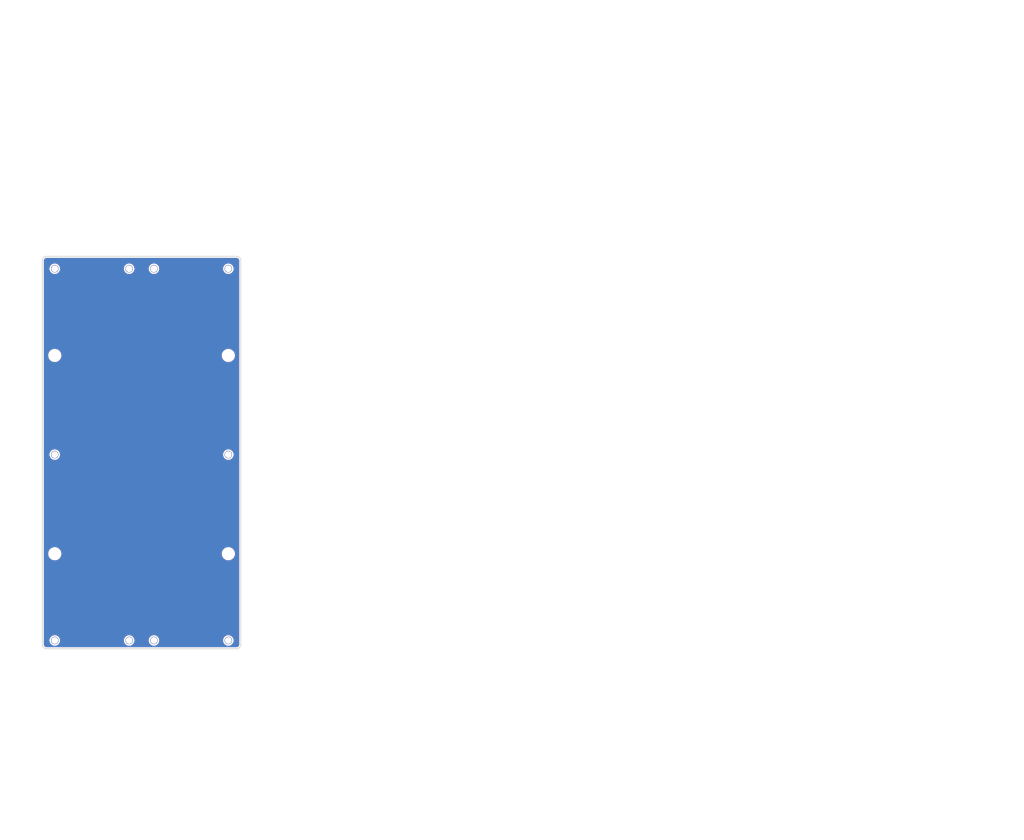
<source format=kicad_pcb>
(kicad_pcb (version 20210228) (generator pcbnew)
  (title_block (rev "1") (company "@e3w2q"))
  (layers (0 "F.Cu" signal) (31 "B.Cu" signal) (34 "B.Paste" user) (35 "F.Paste" user) (36 "B.SilkS" user "B.Silkscreen") (37 "F.SilkS" user "F.Silkscreen") (38 "B.Mask" user) (39 "F.Mask" user) (44 "Edge.Cuts" user))
  (net 0 "")
  (footprint "#footprint:M1.4_tapping_Hole_rev2" (layer "F.Cu") (at 42.267336 44.84717)
    (fp_text reference "H33" hide)
    (fp_text value "MountingHole" hide)
    (pad "" thru_hole circle (at 0 0) (size 1.43 1.43) (drill 1.28) (layers *.Cu *.Mask))
  )
  (footprint "#footprint:M1.4_tapping_Hole_rev2" (layer "F.Cu") (at 56.554886 44.84712)
    (fp_text reference "H35" hide)
    (fp_text value "MountingHole" hide)
    (pad "" thru_hole circle (at 0 0) (size 1.43 1.43) (drill 1.28) (layers *.Cu *.Mask))
  )
  (footprint "" (layer "F.Cu") (at 23.217386 44.84712)
    (fp_text reference "" (at 0 0) (layer "F.SilkS") (effects (font (size 1.27 1.27))))
    (fp_text value "" (at 0 0) (layer "F.SilkS") (effects (font (size 1.27 1.27))))
    (pad "" thru_hole circle (at 0 0) (size 1.43 1.43) (drill 1.28) (layers *.Cu *.Mask))
  )
  (footprint "" (layer "F.Cu") (at 23.217336 80.56592)
    (fp_text reference "" (at 0 0) (layer "F.SilkS") (effects (font (size 1.27 1.27))))
    (fp_text value "" (at 0 0) (layer "F.SilkS") (effects (font (size 1.27 1.27))))
    (pad "" thru_hole circle (at 0 0) (size 1.43 1.43) (drill 1.28) (layers *.Cu *.Mask))
  )
  (footprint "#footprint:M1.4_tapping_Hole_rev2" (layer "F.Cu") (at 37.504836 44.84717)
    (fp_text reference "H32" hide)
    (fp_text value "MountingHole" hide)
    (pad "" thru_hole circle (at 0 0) (size 1.43 1.43) (drill 1.28) (layers *.Cu *.Mask))
  )
  (footprint "" (layer "F.Cu") (at 42.267386 116.28462)
    (fp_text reference "" (at 0 0) (layer "F.SilkS") (effects (font (size 1.27 1.27))))
    (fp_text value "" (at 0 0) (layer "F.SilkS") (effects (font (size 1.27 1.27))))
    (pad "" thru_hole circle (at 0 0) (size 1.43 1.43) (drill 1.28) (layers *.Cu *.Mask))
  )
  (footprint "" (layer "F.Cu") (at 23.217386 116.28462)
    (fp_text reference "" (at 0 0) (layer "F.SilkS") (effects (font (size 1.27 1.27))))
    (fp_text value "" (at 0 0) (layer "F.SilkS") (effects (font (size 1.27 1.27))))
    (pad "" thru_hole circle (at 0 0) (size 1.43 1.43) (drill 1.28) (layers *.Cu *.Mask))
  )
  (footprint "#footprint:M2_Hole" (layer "F.Cu") (at 56.554886 99.61592)
    (fp_text reference "H12" hide)
    (fp_text value "MountingHole" hide)
    (pad "" np_thru_hole circle (at 0 0) (size 1.95 1.95) (drill 1.95) (layers F&B.Cu *.Mask))
  )
  (footprint "#footprint:M2_Hole" (layer "F.Cu") (at 23.217386 61.51592)
    (fp_text reference "H14" hide)
    (fp_text value "MountingHole" hide)
    (pad "" np_thru_hole circle (at 0 0) (size 1.95 1.95) (drill 1.95) (layers F&B.Cu *.Mask))
  )
  (footprint "#footprint:M2_Hole" (layer "F.Cu") (at 56.554886 61.51592)
    (fp_text reference "H11" hide)
    (fp_text value "MountingHole" hide)
    (pad "" np_thru_hole circle (at 0 0) (size 1.95 1.95) (drill 1.95) (layers F&B.Cu *.Mask))
  )
  (footprint "#footprint:M2_Hole" (layer "F.Cu") (at 23.217386 99.61592)
    (fp_text reference "H13" hide)
    (fp_text value "MountingHole" hide)
    (pad "" np_thru_hole circle (at 0 0) (size 1.95 1.95) (drill 1.95) (layers F&B.Cu *.Mask))
  )
  (footprint "#footprint:M1.4_tapping_Hole_rev2" (layer "F.Cu") (at 37.504836 116.28467)
    (fp_text reference "H45" hide)
    (fp_text value "MountingHole" hide)
    (pad "" thru_hole circle (at 0 0) (size 1.43 1.43) (drill 1.28) (layers *.Cu *.Mask))
  )
  (footprint "#footprint:M1.4_tapping_Hole_rev2" (layer "F.Cu") (at 56.555094 80.56604)
    (fp_text reference "H123" hide)
    (fp_text value "MountingHole" hide)
    (pad "" thru_hole circle (at 0 0) (size 1.43 1.43) (drill 1.28) (layers *.Cu *.Mask))
  )
  (footprint "#footprint:M1.4_tapping_Hole_rev2" (layer "F.Cu") (at 56.554886 116.28462)
    (fp_text reference "H47" hide)
    (fp_text value "MountingHole" hide)
    (pad "" thru_hole circle (at 0 0) (size 1.43 1.43) (drill 1.28) (layers *.Cu *.Mask))
  )
  (gr_arc (start 58.142336 43.25967) (end 58.142336 42.46592) (angle 90) (layer "Edge.Cuts") (width 0.15))
  (gr_line (start 58.936086 43.25967) (end 58.936086 117.07842) (layer "Edge.Cuts") (width 0.15))
  (gr_line (start 58.142336 42.46592) (end 21.629836 42.46592) (layer "Edge.Cuts") (width 0.15))
  (gr_arc (start 58.142336 117.07842) (end 58.936086 117.07842) (angle 90) (layer "Edge.Cuts") (width 0.15))
  (gr_arc (start 21.629836 117.07842) (end 20.836086 117.07842) (angle -90) (layer "Edge.Cuts") (width 0.15))
  (gr_arc (start 21.629836 43.25967) (end 21.629836 42.46592) (angle -90) (layer "Edge.Cuts") (width 0.15))
  (gr_line (start 20.836086 43.25967) (end 20.836086 117.07842) (layer "Edge.Cuts") (width 0.15))
  (gr_line (start 21.629836 117.87217) (end 58.142336 117.87217) (layer "Edge.Cuts") (width 0.15))
  (zone (net 0) (net_name "") (layers F&B.Cu) (connect_pads (clearance 0.3)) (min_thickness 0.254) (fill yes (thermal_gap 0.508) (thermal_bridge_width 0.508))
    (polygon (pts (xy 169.771875 154.627175) (xy 12.7 154.627175) (xy 12.7 34.464675) (xy 169.771875 34.464675)))
  )
)
</source>
